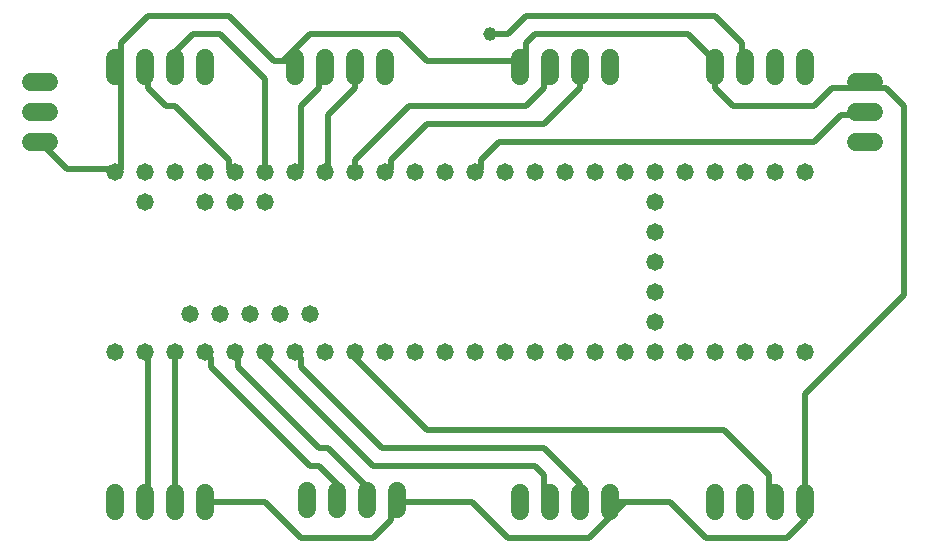
<source format=gbl>
G75*
%MOIN*%
%OFA0B0*%
%FSLAX25Y25*%
%IPPOS*%
%LPD*%
%AMOC8*
5,1,8,0,0,1.08239X$1,22.5*
%
%ADD10C,0.06000*%
%ADD11C,0.05800*%
%ADD12C,0.02000*%
%ADD13C,0.04600*%
D10*
X0091300Y0063300D02*
X0091300Y0069300D01*
X0101300Y0069300D02*
X0101300Y0063300D01*
X0111300Y0063300D02*
X0111300Y0069300D01*
X0121300Y0069300D02*
X0121300Y0063300D01*
X0155300Y0063800D02*
X0155300Y0069800D01*
X0165300Y0069800D02*
X0165300Y0063800D01*
X0175300Y0063800D02*
X0175300Y0069800D01*
X0185300Y0069800D02*
X0185300Y0063800D01*
X0226300Y0063300D02*
X0226300Y0069300D01*
X0236300Y0069300D02*
X0236300Y0063300D01*
X0246300Y0063300D02*
X0246300Y0069300D01*
X0256300Y0069300D02*
X0256300Y0063300D01*
X0291300Y0063300D02*
X0291300Y0069300D01*
X0301300Y0069300D02*
X0301300Y0063300D01*
X0311300Y0063300D02*
X0311300Y0069300D01*
X0321300Y0069300D02*
X0321300Y0063300D01*
X0338300Y0186300D02*
X0344300Y0186300D01*
X0344300Y0196300D02*
X0338300Y0196300D01*
X0338300Y0206300D02*
X0344300Y0206300D01*
X0321300Y0208300D02*
X0321300Y0214300D01*
X0311300Y0214300D02*
X0311300Y0208300D01*
X0301300Y0208300D02*
X0301300Y0214300D01*
X0291300Y0214300D02*
X0291300Y0208300D01*
X0256300Y0208300D02*
X0256300Y0214300D01*
X0246300Y0214300D02*
X0246300Y0208300D01*
X0236300Y0208300D02*
X0236300Y0214300D01*
X0226300Y0214300D02*
X0226300Y0208300D01*
X0181300Y0208300D02*
X0181300Y0214300D01*
X0171300Y0214300D02*
X0171300Y0208300D01*
X0161300Y0208300D02*
X0161300Y0214300D01*
X0151300Y0214300D02*
X0151300Y0208300D01*
X0121300Y0208300D02*
X0121300Y0214300D01*
X0111300Y0214300D02*
X0111300Y0208300D01*
X0101300Y0208300D02*
X0101300Y0214300D01*
X0091300Y0214300D02*
X0091300Y0208300D01*
X0069300Y0206300D02*
X0063300Y0206300D01*
X0063300Y0196300D02*
X0069300Y0196300D01*
X0069300Y0186300D02*
X0063300Y0186300D01*
D11*
X0091300Y0176300D03*
X0101300Y0176300D03*
X0111300Y0176300D03*
X0121300Y0176300D03*
X0131300Y0176300D03*
X0131300Y0166300D03*
X0121300Y0166300D03*
X0101300Y0166300D03*
X0141300Y0166300D03*
X0141300Y0176300D03*
X0151300Y0176300D03*
X0161300Y0176300D03*
X0171300Y0176300D03*
X0181300Y0176300D03*
X0191300Y0176300D03*
X0201300Y0176300D03*
X0211300Y0176300D03*
X0221300Y0176300D03*
X0231300Y0176300D03*
X0241300Y0176300D03*
X0251300Y0176300D03*
X0261300Y0176300D03*
X0271300Y0176300D03*
X0271300Y0166300D03*
X0281300Y0176300D03*
X0291300Y0176300D03*
X0301300Y0176300D03*
X0311300Y0176300D03*
X0321300Y0176300D03*
X0271300Y0156300D03*
X0271300Y0146300D03*
X0271300Y0136300D03*
X0271300Y0126300D03*
X0271300Y0116300D03*
X0261300Y0116300D03*
X0251300Y0116300D03*
X0241300Y0116300D03*
X0231300Y0116300D03*
X0221300Y0116300D03*
X0211300Y0116300D03*
X0201300Y0116300D03*
X0191300Y0116300D03*
X0181300Y0116300D03*
X0171300Y0116300D03*
X0161300Y0116300D03*
X0151300Y0116300D03*
X0141300Y0116300D03*
X0131300Y0116300D03*
X0121300Y0116300D03*
X0111300Y0116300D03*
X0101300Y0116300D03*
X0091300Y0116300D03*
X0116300Y0128800D03*
X0126300Y0128800D03*
X0136300Y0128800D03*
X0146300Y0128800D03*
X0156300Y0128800D03*
X0281300Y0116300D03*
X0291300Y0116300D03*
X0301300Y0116300D03*
X0311300Y0116300D03*
X0321300Y0116300D03*
D12*
X0321300Y0102300D02*
X0354300Y0135300D01*
X0354300Y0198300D01*
X0348300Y0204300D01*
X0342300Y0204300D01*
X0341300Y0206300D01*
X0339300Y0204300D01*
X0330300Y0204300D01*
X0324300Y0198300D01*
X0297300Y0198300D01*
X0291300Y0204300D01*
X0291300Y0211300D01*
X0291300Y0213300D01*
X0282300Y0222300D01*
X0231300Y0222300D01*
X0228300Y0219300D01*
X0228300Y0213300D01*
X0226300Y0211300D01*
X0225300Y0213300D01*
X0195300Y0213300D01*
X0186300Y0222300D01*
X0156300Y0222300D01*
X0147300Y0213300D01*
X0150300Y0213300D01*
X0151300Y0211300D01*
X0147300Y0213300D02*
X0144300Y0213300D01*
X0129300Y0228300D01*
X0102300Y0228300D01*
X0093300Y0219300D01*
X0093300Y0213300D01*
X0091300Y0211300D01*
X0093300Y0210300D01*
X0093300Y0177300D01*
X0091300Y0176300D01*
X0090300Y0177300D01*
X0075300Y0177300D01*
X0066300Y0186300D01*
X0102300Y0204300D02*
X0102300Y0210300D01*
X0101300Y0211300D01*
X0111300Y0211300D02*
X0111300Y0216300D01*
X0117300Y0222300D01*
X0126300Y0222300D01*
X0141300Y0207300D01*
X0141300Y0176300D01*
X0151300Y0176300D02*
X0153300Y0177300D01*
X0153300Y0198300D01*
X0159300Y0204300D01*
X0159300Y0210300D01*
X0161300Y0211300D01*
X0171300Y0211300D02*
X0171300Y0204300D01*
X0162300Y0195300D01*
X0162300Y0177300D01*
X0161300Y0176300D01*
X0171300Y0176300D02*
X0171300Y0180300D01*
X0189300Y0198300D01*
X0228300Y0198300D01*
X0234300Y0204300D01*
X0234300Y0210300D01*
X0236300Y0211300D01*
X0246300Y0211300D02*
X0246300Y0204300D01*
X0234300Y0192300D01*
X0195300Y0192300D01*
X0183300Y0180300D01*
X0183300Y0177300D01*
X0181300Y0176300D01*
X0211300Y0176300D02*
X0213300Y0177300D01*
X0213300Y0180300D01*
X0219300Y0186300D01*
X0324300Y0186300D01*
X0333300Y0195300D01*
X0339300Y0195300D01*
X0341300Y0196300D01*
X0301300Y0211300D02*
X0300300Y0213300D01*
X0300300Y0219300D01*
X0291300Y0228300D01*
X0228300Y0228300D01*
X0222300Y0222300D01*
X0216300Y0222300D01*
X0129300Y0180300D02*
X0129300Y0177300D01*
X0131300Y0176300D01*
X0129300Y0180300D02*
X0111300Y0198300D01*
X0108300Y0198300D01*
X0102300Y0204300D01*
X0101300Y0116300D02*
X0102300Y0114300D01*
X0102300Y0066300D01*
X0101300Y0066300D01*
X0111300Y0066300D02*
X0111300Y0116300D01*
X0121300Y0116300D02*
X0123300Y0114300D01*
X0123300Y0111300D01*
X0156300Y0078300D01*
X0159300Y0078300D01*
X0165300Y0072300D01*
X0165300Y0066800D01*
X0175300Y0066800D02*
X0177300Y0069300D01*
X0162300Y0084300D01*
X0159300Y0084300D01*
X0132300Y0111300D01*
X0132300Y0114300D01*
X0131300Y0116300D01*
X0141300Y0116300D02*
X0141300Y0114300D01*
X0177300Y0078300D01*
X0231300Y0078300D01*
X0234300Y0075300D01*
X0234300Y0066300D01*
X0236300Y0066300D01*
X0246300Y0066300D02*
X0246300Y0072300D01*
X0234300Y0084300D01*
X0180300Y0084300D01*
X0153300Y0111300D01*
X0153300Y0114300D01*
X0151300Y0116300D01*
X0171300Y0116300D02*
X0171300Y0114300D01*
X0195300Y0090300D01*
X0294300Y0090300D01*
X0309300Y0075300D01*
X0309300Y0066300D01*
X0311300Y0066300D01*
X0321300Y0066300D02*
X0321300Y0060300D01*
X0315300Y0054300D01*
X0288300Y0054300D01*
X0276300Y0066300D01*
X0261300Y0066300D01*
X0249300Y0054300D01*
X0222300Y0054300D01*
X0210300Y0066300D01*
X0186300Y0066300D01*
X0185300Y0066800D01*
X0183300Y0066300D01*
X0183300Y0060300D01*
X0177300Y0054300D01*
X0153300Y0054300D01*
X0141300Y0066300D01*
X0121300Y0066300D01*
X0256300Y0066300D02*
X0261300Y0066300D01*
X0321300Y0066300D02*
X0321300Y0102300D01*
D13*
X0216300Y0222300D03*
M02*

</source>
